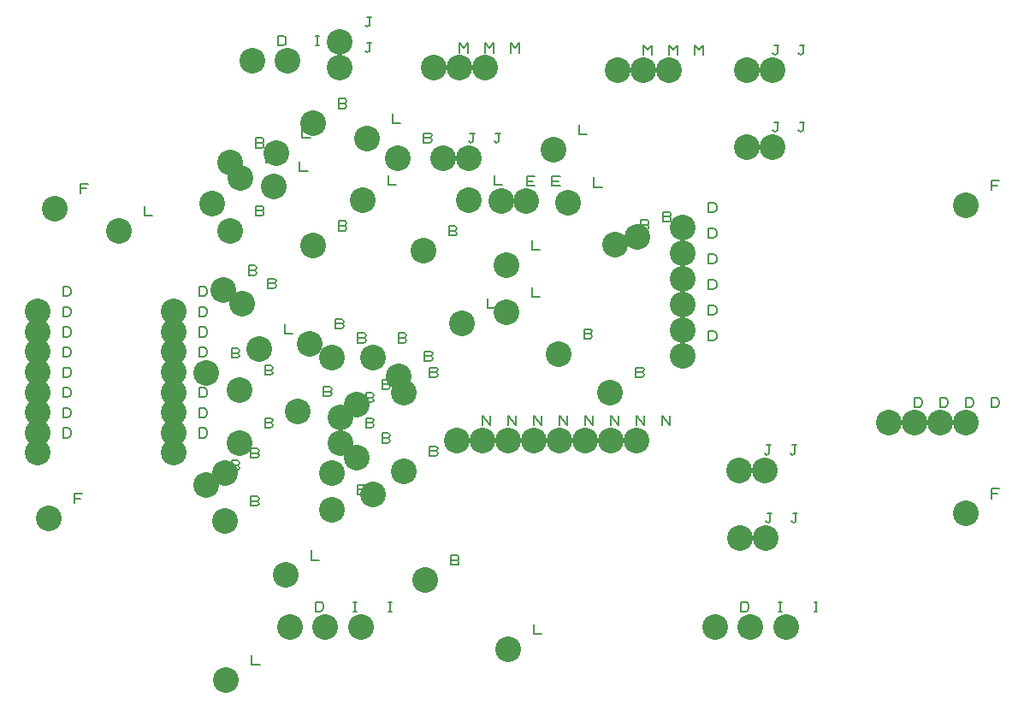
<source format=gbr>
G04 DesignSpark PCB Gerber Version 10.0 Build 5299*
G04 #@! TF.Part,Single*
G04 #@! TF.FileFunction,Drillmap*
G04 #@! TF.FilePolarity,Positive*
%FSLAX35Y35*%
%MOIN*%
%ADD10C,0.00500*%
G04 #@! TA.AperFunction,ViaPad*
%ADD99C,0.10000*%
G04 #@! TD.AperFunction*
X0Y0D02*
D02*
D10*
X22848Y107369D02*
Y111119D01*
X24724D01*
X25348Y110806D01*
X25661Y110494D01*
X25974Y109869D01*
Y108619D01*
X25661Y107994D01*
X25348Y107681D01*
X24724Y107369D01*
X22848D01*
Y115243D02*
Y118993D01*
X24724D01*
X25348Y118680D01*
X25661Y118368D01*
X25974Y117743D01*
Y116493D01*
X25661Y115868D01*
X25348Y115555D01*
X24724Y115243D01*
X22848D01*
Y123117D02*
Y126867D01*
X24724D01*
X25348Y126554D01*
X25661Y126242D01*
X25974Y125617D01*
Y124367D01*
X25661Y123742D01*
X25348Y123429D01*
X24724Y123117D01*
X22848D01*
Y130991D02*
Y134741D01*
X24724D01*
X25348Y134428D01*
X25661Y134116D01*
X25974Y133491D01*
Y132241D01*
X25661Y131616D01*
X25348Y131303D01*
X24724Y130991D01*
X22848D01*
Y138865D02*
Y142615D01*
X24724D01*
X25348Y142302D01*
X25661Y141990D01*
X25974Y141365D01*
Y140115D01*
X25661Y139490D01*
X25348Y139177D01*
X24724Y138865D01*
X22848D01*
Y146739D02*
Y150489D01*
X24724D01*
X25348Y150176D01*
X25661Y149864D01*
X25974Y149239D01*
Y147989D01*
X25661Y147364D01*
X25348Y147051D01*
X24724Y146739D01*
X22848D01*
Y154613D02*
Y158363D01*
X24724D01*
X25348Y158050D01*
X25661Y157738D01*
X25974Y157113D01*
Y155863D01*
X25661Y155238D01*
X25348Y154925D01*
X24724Y154613D01*
X22848D01*
Y162487D02*
Y166237D01*
X24724D01*
X25348Y165924D01*
X25661Y165612D01*
X25974Y164987D01*
Y163737D01*
X25661Y163112D01*
X25348Y162799D01*
X24724Y162487D01*
X22848D01*
X27179Y81778D02*
Y85528D01*
X30304D01*
X29679Y83653D02*
X27179D01*
X29541Y202644D02*
Y206394D01*
X32667D01*
X32041Y204519D02*
X29541D01*
X54541Y197733D02*
Y193983D01*
X57667D01*
X75998Y107369D02*
Y111119D01*
X77873D01*
X78498Y110806D01*
X78811Y110494D01*
X79123Y109869D01*
Y108619D01*
X78811Y107994D01*
X78498Y107681D01*
X77873Y107369D01*
X75998D01*
Y115243D02*
Y118993D01*
X77873D01*
X78498Y118680D01*
X78811Y118368D01*
X79123Y117743D01*
Y116493D01*
X78811Y115868D01*
X78498Y115555D01*
X77873Y115243D01*
X75998D01*
Y123117D02*
Y126867D01*
X77873D01*
X78498Y126554D01*
X78811Y126242D01*
X79123Y125617D01*
Y124367D01*
X78811Y123742D01*
X78498Y123429D01*
X77873Y123117D01*
X75998D01*
Y130991D02*
Y134741D01*
X77873D01*
X78498Y134428D01*
X78811Y134116D01*
X79123Y133491D01*
Y132241D01*
X78811Y131616D01*
X78498Y131303D01*
X77873Y130991D01*
X75998D01*
Y138865D02*
Y142615D01*
X77873D01*
X78498Y142302D01*
X78811Y141990D01*
X79123Y141365D01*
Y140115D01*
X78811Y139490D01*
X78498Y139177D01*
X77873Y138865D01*
X75998D01*
Y146739D02*
Y150489D01*
X77873D01*
X78498Y150176D01*
X78811Y149864D01*
X79123Y149239D01*
Y147989D01*
X78811Y147364D01*
X78498Y147051D01*
X77873Y146739D01*
X75998D01*
Y154613D02*
Y158363D01*
X77873D01*
X78498Y158050D01*
X78811Y157738D01*
X79123Y157113D01*
Y155863D01*
X78811Y155238D01*
X78498Y154925D01*
X77873Y154613D01*
X75998D01*
Y162487D02*
Y166237D01*
X77873D01*
X78498Y165924D01*
X78811Y165612D01*
X79123Y164987D01*
Y163737D01*
X78811Y163112D01*
X78498Y162799D01*
X77873Y162487D01*
X75998D01*
X90784Y96645D02*
X91409Y96333D01*
X91722Y95708D01*
X91409Y95083D01*
X90784Y94770D01*
X88596D01*
Y98520D01*
X90784D01*
X91409Y98208D01*
X91722Y97583D01*
X91409Y96958D01*
X90784Y96645D01*
X88596D01*
X90784Y140346D02*
X91409Y140033D01*
X91722Y139409D01*
X91409Y138783D01*
X90784Y138471D01*
X88596D01*
Y142221D01*
X90784D01*
X91409Y141909D01*
X91722Y141283D01*
X91409Y140659D01*
X90784Y140346D01*
X88596D01*
X93146Y206488D02*
X93771Y206175D01*
X94084Y205550D01*
X93771Y204925D01*
X93146Y204613D01*
X90959D01*
Y208363D01*
X93146D01*
X93771Y208050D01*
X94084Y207425D01*
X93771Y206800D01*
X93146Y206488D01*
X90959D01*
X97477Y172630D02*
X98102Y172317D01*
X98415Y171692D01*
X98102Y171067D01*
X97477Y170754D01*
X95289D01*
Y174504D01*
X97477D01*
X98102Y174192D01*
X98415Y173567D01*
X98102Y172942D01*
X97477Y172630D01*
X95289D01*
X98264Y82669D02*
X98889Y82356D01*
X99202Y81731D01*
X98889Y81106D01*
X98264Y80794D01*
X96077D01*
Y84544D01*
X98264D01*
X98889Y84231D01*
X99202Y83606D01*
X98889Y82981D01*
X98264Y82669D01*
X96077D01*
X98264Y101370D02*
X98889Y101057D01*
X99202Y100432D01*
X98889Y99807D01*
X98264Y99494D01*
X96077D01*
Y103244D01*
X98264D01*
X98889Y102932D01*
X99202Y102307D01*
X98889Y101682D01*
X98264Y101370D01*
X96077D01*
X96470Y22536D02*
Y18786D01*
X99596D01*
X100233Y195858D02*
X100858Y195545D01*
X101170Y194920D01*
X100858Y194295D01*
X100233Y193983D01*
X98045D01*
Y197733D01*
X100233D01*
X100858Y197420D01*
X101170Y196795D01*
X100858Y196170D01*
X100233Y195858D01*
X98045D01*
X100233Y222236D02*
X100858Y221923D01*
X101170Y221298D01*
X100858Y220673D01*
X100233Y220361D01*
X98045D01*
Y224111D01*
X100233D01*
X100858Y223798D01*
X101170Y223173D01*
X100858Y222548D01*
X100233Y222236D01*
X98045D01*
X103776Y113181D02*
X104401Y112868D01*
X104714Y112243D01*
X104401Y111618D01*
X103776Y111306D01*
X101589D01*
Y115056D01*
X103776D01*
X104401Y114743D01*
X104714Y114118D01*
X104401Y113493D01*
X103776Y113181D01*
X101589D01*
X103776Y133653D02*
X104401Y133341D01*
X104714Y132716D01*
X104401Y132091D01*
X103776Y131778D01*
X101589D01*
Y135528D01*
X103776D01*
X104401Y135216D01*
X104714Y134591D01*
X104401Y133966D01*
X103776Y133653D01*
X101589D01*
X104170Y216330D02*
X104795Y216018D01*
X105107Y215393D01*
X104795Y214768D01*
X104170Y214455D01*
X101982D01*
Y218205D01*
X104170D01*
X104795Y217893D01*
X105107Y217268D01*
X104795Y216643D01*
X104170Y216330D01*
X101982D01*
X104957Y167511D02*
X105582Y167199D01*
X105895Y166574D01*
X105582Y165949D01*
X104957Y165636D01*
X102770D01*
Y169386D01*
X104957D01*
X105582Y169074D01*
X105895Y168449D01*
X105582Y167824D01*
X104957Y167511D01*
X102770D01*
X106707Y260124D02*
Y263874D01*
X108582D01*
X109207Y263562D01*
X109519Y263250D01*
X109832Y262624D01*
Y261374D01*
X109519Y260750D01*
X109207Y260437D01*
X108582Y260124D01*
X106707D01*
X109187Y151670D02*
Y147920D01*
X112312D01*
X115092Y215056D02*
Y211306D01*
X118217D01*
X116156Y228048D02*
Y224298D01*
X119281D01*
X119699Y63481D02*
Y59731D01*
X122824D01*
X121444Y260124D02*
X122694D01*
X122069D02*
Y263874D01*
X121444D02*
X122694D01*
X121274Y39652D02*
Y43402D01*
X123149D01*
X123774Y43090D01*
X124086Y42777D01*
X124399Y42152D01*
Y40902D01*
X124086Y40277D01*
X123774Y39965D01*
X123149Y39652D01*
X121274D01*
X126611Y125385D02*
X127236Y125073D01*
X127548Y124448D01*
X127236Y123823D01*
X126611Y123510D01*
X124423D01*
Y127260D01*
X126611D01*
X127236Y126948D01*
X127548Y126323D01*
X127236Y125698D01*
X126611Y125385D01*
X124423D01*
X131335Y151763D02*
X131960Y151451D01*
X132273Y150826D01*
X131960Y150201D01*
X131335Y149888D01*
X129148D01*
Y153638D01*
X131335D01*
X131960Y153326D01*
X132273Y152701D01*
X131960Y152076D01*
X131335Y151763D01*
X129148D01*
X132516Y189952D02*
X133141Y189640D01*
X133454Y189015D01*
X133141Y188390D01*
X132516Y188077D01*
X130329D01*
Y191827D01*
X132516D01*
X133141Y191515D01*
X133454Y190890D01*
X133141Y190265D01*
X132516Y189952D01*
X130329D01*
X132516Y237590D02*
X133141Y237278D01*
X133454Y236653D01*
X133141Y236028D01*
X132516Y235715D01*
X130329D01*
Y239465D01*
X132516D01*
X133141Y239153D01*
X133454Y238528D01*
X133141Y237903D01*
X132516Y237590D01*
X130329D01*
X136011Y39652D02*
X137261D01*
X136636D02*
Y43402D01*
X136011D02*
X137261D01*
X139996Y87196D02*
X140622Y86884D01*
X140934Y86259D01*
X140622Y85634D01*
X139996Y85321D01*
X137809D01*
Y89071D01*
X139996D01*
X140622Y88759D01*
X140934Y88134D01*
X140622Y87509D01*
X139996Y87196D01*
X137809D01*
X139996Y101370D02*
X140622Y101057D01*
X140934Y100432D01*
X140622Y99807D01*
X139996Y99494D01*
X137809D01*
Y103244D01*
X139996D01*
X140622Y102932D01*
X140934Y102307D01*
X140622Y101682D01*
X139996Y101370D01*
X137809D01*
X139996Y146252D02*
X140622Y145939D01*
X140934Y145314D01*
X140622Y144689D01*
X139996Y144376D01*
X137809D01*
Y148126D01*
X139996D01*
X140622Y147814D01*
X140934Y147189D01*
X140622Y146564D01*
X139996Y146252D01*
X137809D01*
X140565Y258086D02*
X140878Y257773D01*
X141502Y257461D01*
X142128Y257773D01*
X142440Y258086D01*
Y261211D01*
X143065D01*
X142440D02*
X141190D01*
X140565Y268086D02*
X140878Y267773D01*
X141502Y267461D01*
X142128Y267773D01*
X142440Y268086D01*
Y271211D01*
X143065D01*
X142440D02*
X141190D01*
X143146Y113181D02*
X143771Y112868D01*
X144084Y112243D01*
X143771Y111618D01*
X143146Y111306D01*
X140959D01*
Y115056D01*
X143146D01*
X143771Y114743D01*
X144084Y114118D01*
X143771Y113493D01*
X143146Y113181D01*
X140959D01*
X143146Y123023D02*
X143771Y122711D01*
X144084Y122086D01*
X143771Y121461D01*
X143146Y121148D01*
X140959D01*
Y124898D01*
X143146D01*
X143771Y124586D01*
X144084Y123961D01*
X143771Y123336D01*
X143146Y123023D01*
X140959D01*
X149445Y107275D02*
X150070Y106963D01*
X150383Y106338D01*
X150070Y105713D01*
X149445Y105400D01*
X147258D01*
Y109150D01*
X149445D01*
X150070Y108838D01*
X150383Y108213D01*
X150070Y107588D01*
X149445Y107275D01*
X147258D01*
X149445Y128141D02*
X150070Y127829D01*
X150383Y127204D01*
X150070Y126579D01*
X149445Y126266D01*
X147258D01*
Y130016D01*
X149445D01*
X150070Y129704D01*
X150383Y129079D01*
X150070Y128454D01*
X149445Y128141D01*
X147258D01*
X149811Y39652D02*
X151061D01*
X150436D02*
Y43402D01*
X149811D02*
X151061D01*
X149620Y209544D02*
Y205794D01*
X152745D01*
X151195Y233559D02*
Y229809D01*
X154320D01*
X155744Y93102D02*
X156370Y92789D01*
X156682Y92165D01*
X156370Y91539D01*
X155744Y91227D01*
X153557D01*
Y94977D01*
X155744D01*
X156370Y94665D01*
X156682Y94039D01*
X156370Y93415D01*
X155744Y93102D01*
X153557D01*
X155744Y146252D02*
X156370Y145939D01*
X156682Y145314D01*
X156370Y144689D01*
X155744Y144376D01*
X153557D01*
Y148126D01*
X155744D01*
X156370Y147814D01*
X156682Y147189D01*
X156370Y146564D01*
X155744Y146252D01*
X153557D01*
X165587Y224204D02*
X166212Y223892D01*
X166525Y223267D01*
X166212Y222642D01*
X165587Y222329D01*
X163400D01*
Y226079D01*
X165587D01*
X166212Y225767D01*
X166525Y225142D01*
X166212Y224517D01*
X165587Y224204D01*
X163400D01*
X165981Y139165D02*
X166606Y138852D01*
X166919Y138228D01*
X166606Y137602D01*
X165981Y137290D01*
X163793D01*
Y141040D01*
X165981D01*
X166606Y140728D01*
X166919Y140102D01*
X166606Y139478D01*
X165981Y139165D01*
X163793D01*
X167949Y102157D02*
X168574Y101844D01*
X168887Y101220D01*
X168574Y100594D01*
X167949Y100282D01*
X165762D01*
Y104032D01*
X167949D01*
X168574Y103720D01*
X168887Y103094D01*
X168574Y102470D01*
X167949Y102157D01*
X165762D01*
X167949Y132866D02*
X168574Y132553D01*
X168887Y131928D01*
X168574Y131303D01*
X167949Y130991D01*
X165762D01*
Y134741D01*
X167949D01*
X168574Y134428D01*
X168887Y133803D01*
X168574Y133178D01*
X167949Y132866D01*
X165762D01*
X175430Y187984D02*
X176055Y187671D01*
X176367Y187046D01*
X176055Y186421D01*
X175430Y186109D01*
X173242D01*
Y189859D01*
X175430D01*
X176055Y189546D01*
X176367Y188921D01*
X176055Y188296D01*
X175430Y187984D01*
X173242D01*
X176217Y59637D02*
X176842Y59325D01*
X177155Y58700D01*
X176842Y58075D01*
X176217Y57762D01*
X174030D01*
Y61512D01*
X176217D01*
X176842Y61200D01*
X177155Y60575D01*
X176842Y59950D01*
X176217Y59637D01*
X174030D01*
X177415Y257369D02*
Y261119D01*
X178978Y259244D01*
X180541Y261119D01*
Y257369D01*
X180867Y222954D02*
X181179Y222642D01*
X181804Y222329D01*
X182429Y222642D01*
X182742Y222954D01*
Y226079D01*
X183367D01*
X182742D02*
X181492D01*
X186234Y112093D02*
Y115843D01*
X189359Y112093D01*
Y115843D01*
X187415Y257369D02*
Y261119D01*
X188978Y259244D01*
X190541Y261119D01*
Y257369D01*
X188203Y161512D02*
Y157762D01*
X191328D01*
X190867Y209544D02*
Y205794D01*
X193992D01*
X190867Y222954D02*
X191179Y222642D01*
X191804Y222329D01*
X192429Y222642D01*
X192742Y222954D01*
Y226079D01*
X193367D01*
X192742D02*
X191492D01*
X196234Y112093D02*
Y115843D01*
X199359Y112093D01*
Y115843D01*
X197415Y257369D02*
Y261119D01*
X198978Y259244D01*
X200541Y261119D01*
Y257369D01*
X203596Y205479D02*
Y209229D01*
X206722D01*
X206096Y207354D02*
X203596D01*
Y205479D02*
X206722D01*
X205526Y165843D02*
Y162093D01*
X208651D01*
X205526Y184347D02*
Y180597D01*
X208651D01*
X206234Y34741D02*
Y30991D01*
X209359D01*
X206234Y112093D02*
Y115843D01*
X209359Y112093D01*
Y115843D01*
X213439Y205479D02*
Y209229D01*
X216564D01*
X215939Y207354D02*
X213439D01*
Y205479D02*
X216564D01*
X216234Y112093D02*
Y115843D01*
X219359Y112093D01*
Y115843D01*
X224030Y229229D02*
Y225479D01*
X227155D01*
X228185Y147826D02*
X228811Y147514D01*
X229123Y146889D01*
X228811Y146264D01*
X228185Y145951D01*
X225998D01*
Y149701D01*
X228185D01*
X228811Y149389D01*
X229123Y148764D01*
X228811Y148139D01*
X228185Y147826D01*
X225998D01*
X226234Y112093D02*
Y115843D01*
X229359Y112093D01*
Y115843D01*
X229738Y208756D02*
Y205006D01*
X232863D01*
X236234Y112093D02*
Y115843D01*
X239359Y112093D01*
Y115843D01*
X248264Y132866D02*
X248889Y132553D01*
X249202Y131928D01*
X248889Y131303D01*
X248264Y130991D01*
X246077D01*
Y134741D01*
X248264D01*
X248889Y134428D01*
X249202Y133803D01*
X248889Y133178D01*
X248264Y132866D01*
X246077D01*
X246234Y112093D02*
Y115843D01*
X249359Y112093D01*
Y115843D01*
X250233Y190346D02*
X250858Y190033D01*
X251170Y189409D01*
X250858Y188783D01*
X250233Y188471D01*
X248045D01*
Y192221D01*
X250233D01*
X250858Y191909D01*
X251170Y191283D01*
X250858Y190659D01*
X250233Y190346D01*
X248045D01*
X249069Y256581D02*
Y260331D01*
X250631Y258456D01*
X252194Y260331D01*
Y256581D01*
X256234Y112093D02*
Y115843D01*
X259359Y112093D01*
Y115843D01*
X258894Y193496D02*
X259519Y193183D01*
X259832Y192558D01*
X259519Y191933D01*
X258894Y191620D01*
X256707D01*
Y195370D01*
X258894D01*
X259519Y195058D01*
X259832Y194433D01*
X259519Y193808D01*
X258894Y193496D01*
X256707D01*
X259069Y256581D02*
Y260331D01*
X260631Y258456D01*
X262194Y260331D01*
Y256581D01*
X269069D02*
Y260331D01*
X270631Y258456D01*
X272194Y260331D01*
Y256581D01*
X274423Y145164D02*
Y148914D01*
X276298D01*
X276923Y148602D01*
X277236Y148289D01*
X277548Y147664D01*
Y146414D01*
X277236Y145789D01*
X276923Y145476D01*
X276298Y145164D01*
X274423D01*
Y155164D02*
Y158914D01*
X276298D01*
X276923Y158602D01*
X277236Y158289D01*
X277548Y157664D01*
Y156414D01*
X277236Y155789D01*
X276923Y155476D01*
X276298Y155164D01*
X274423D01*
Y165164D02*
Y168914D01*
X276298D01*
X276923Y168602D01*
X277236Y168289D01*
X277548Y167664D01*
Y166414D01*
X277236Y165789D01*
X276923Y165476D01*
X276298Y165164D01*
X274423D01*
Y175164D02*
Y178914D01*
X276298D01*
X276923Y178602D01*
X277236Y178289D01*
X277548Y177664D01*
Y176414D01*
X277236Y175789D01*
X276923Y175476D01*
X276298Y175164D01*
X274423D01*
Y185164D02*
Y188914D01*
X276298D01*
X276923Y188602D01*
X277236Y188289D01*
X277548Y187664D01*
Y186414D01*
X277236Y185789D01*
X276923Y185476D01*
X276298Y185164D01*
X274423D01*
Y195164D02*
Y198914D01*
X276298D01*
X276923Y198602D01*
X277236Y198289D01*
X277548Y197664D01*
Y196414D01*
X277236Y195789D01*
X276923Y195476D01*
X276298Y195164D01*
X274423D01*
X287022Y39652D02*
Y43402D01*
X288897D01*
X289522Y43090D01*
X289834Y42777D01*
X290147Y42152D01*
Y40902D01*
X289834Y40277D01*
X289522Y39965D01*
X288897Y39652D01*
X287022D01*
X296221Y101301D02*
X296533Y100988D01*
X297158Y100676D01*
X297783Y100988D01*
X298096Y101301D01*
Y104426D01*
X298721D01*
X298096D02*
X296846D01*
X296615Y74923D02*
X296927Y74610D01*
X297552Y74298D01*
X298177Y74610D01*
X298490Y74923D01*
Y78048D01*
X299115D01*
X298490D02*
X297240D01*
X299319Y227285D02*
X299631Y226972D01*
X300256Y226660D01*
X300881Y226972D01*
X301194Y227285D01*
Y230410D01*
X301819D01*
X301194D02*
X299944D01*
X299319Y257206D02*
X299631Y256894D01*
X300256Y256581D01*
X300881Y256894D01*
X301194Y257206D01*
Y260331D01*
X301819D01*
X301194D02*
X299944D01*
X301759Y39652D02*
X303009D01*
X302384D02*
Y43402D01*
X301759D02*
X303009D01*
X306221Y101301D02*
X306533Y100988D01*
X307158Y100676D01*
X307783Y100988D01*
X308096Y101301D01*
Y104426D01*
X308721D01*
X308096D02*
X306846D01*
X306615Y74923D02*
X306927Y74610D01*
X307552Y74298D01*
X308177Y74610D01*
X308490Y74923D01*
Y78048D01*
X309115D01*
X308490D02*
X307240D01*
X309319Y227285D02*
X309631Y226972D01*
X310256Y226660D01*
X310881Y226972D01*
X311194Y227285D01*
Y230410D01*
X311819D01*
X311194D02*
X309944D01*
X309319Y257206D02*
X309631Y256894D01*
X310256Y256581D01*
X310881Y256894D01*
X311194Y257206D01*
Y260331D01*
X311819D01*
X311194D02*
X309944D01*
X315559Y39652D02*
X316809D01*
X316184D02*
Y43402D01*
X315559D02*
X316809D01*
X354659Y119180D02*
Y122930D01*
X356535D01*
X357159Y122617D01*
X357472Y122305D01*
X357785Y121680D01*
Y120430D01*
X357472Y119805D01*
X357159Y119492D01*
X356535Y119180D01*
X354659D01*
X364659D02*
Y122930D01*
X366535D01*
X367159Y122617D01*
X367472Y122305D01*
X367785Y121680D01*
Y120430D01*
X367472Y119805D01*
X367159Y119492D01*
X366535Y119180D01*
X364659D01*
X374659D02*
Y122930D01*
X376535D01*
X377159Y122617D01*
X377472Y122305D01*
X377785Y121680D01*
Y120430D01*
X377472Y119805D01*
X377159Y119492D01*
X376535Y119180D01*
X374659D01*
X384659Y83746D02*
Y87496D01*
X387785D01*
X387159Y85622D02*
X384659D01*
Y119180D02*
Y122930D01*
X386535D01*
X387159Y122617D01*
X387472Y122305D01*
X387785Y121680D01*
Y120430D01*
X387472Y119805D01*
X387159Y119492D01*
X386535Y119180D01*
X384659D01*
Y203825D02*
Y207575D01*
X387785D01*
X387159Y205700D02*
X384659D01*
D02*
D99*
X12848Y101431D03*
Y109305D03*
Y117179D03*
Y125053D03*
Y132927D03*
Y140801D03*
Y148675D03*
Y156549D03*
X17179Y75841D03*
X19541Y196707D03*
X44541Y188045D03*
X65998Y101431D03*
Y109305D03*
Y117179D03*
Y125053D03*
Y132927D03*
Y140801D03*
Y148675D03*
Y156549D03*
X78596Y88833D03*
Y132533D03*
X80959Y198675D03*
X85289Y164817D03*
X86077Y74856D03*
Y93557D03*
X86470Y12848D03*
X88045Y188045D03*
Y214423D03*
X91589Y105368D03*
Y125841D03*
X91982Y208518D03*
X92770Y159699D03*
X96707Y254187D03*
X99187Y141982D03*
X105092Y205368D03*
X106156Y218360D03*
X109699Y53793D03*
X110507Y254187D03*
X111274Y33715D03*
X114423Y117573D03*
X119148Y143951D03*
X120329Y182140D03*
Y229778D03*
X125074Y33715D03*
X127809Y79384D03*
Y93557D03*
Y138439D03*
X130565Y251523D03*
Y261523D03*
X130959Y105368D03*
Y115211D03*
X137258Y99463D03*
Y120329D03*
X138874Y33715D03*
X139620Y199856D03*
X141195Y223872D03*
X143557Y85289D03*
Y138439D03*
X153400Y216392D03*
X153793Y131352D03*
X155762Y94344D03*
Y125053D03*
X163242Y180171D03*
X164030Y51825D03*
X167415Y251431D03*
X170867Y216392D03*
X176234Y106156D03*
X177415Y251431D03*
X178203Y151825D03*
X180867Y199856D03*
Y216392D03*
X186234Y106156D03*
X187415Y251431D03*
X193596Y199541D03*
X195526Y156156D03*
Y174659D03*
X196234Y25053D03*
Y106156D03*
X203439Y199541D03*
X206234Y106156D03*
X214030Y219541D03*
X215998Y140014D03*
X216234Y106156D03*
X219738Y199069D03*
X226234Y106156D03*
X236077Y125053D03*
X236234Y106156D03*
X238045Y182533D03*
X239069Y250644D03*
X246234Y106156D03*
X246707Y185683D03*
X249069Y250644D03*
X259069D03*
X264423Y139226D03*
Y149226D03*
Y159226D03*
Y169226D03*
Y179226D03*
Y189226D03*
X277022Y33715D03*
X286221Y94738D03*
X286615Y68360D03*
X289319Y220722D03*
Y250644D03*
X290822Y33715D03*
X296221Y94738D03*
X296615Y68360D03*
X299319Y220722D03*
Y250644D03*
X304622Y33715D03*
X344659Y113242D03*
X354659D03*
X364659D03*
X374659Y77809D03*
Y113242D03*
Y197888D03*
X0Y0D02*
M02*

</source>
